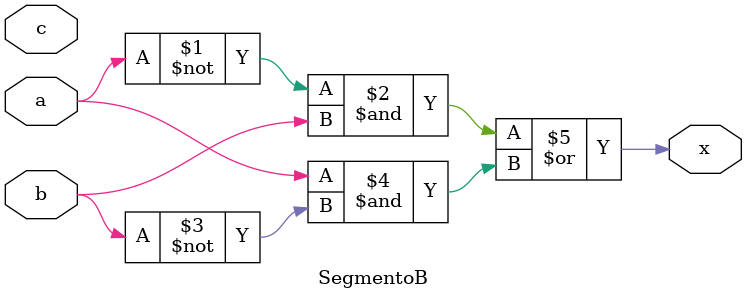
<source format=sv>
module SegmentoB(a,b,c,x);
   input a,b,c;
  output x;
  
  assign x=(~a&b)|(a&~b);
  
endmodule
</source>
